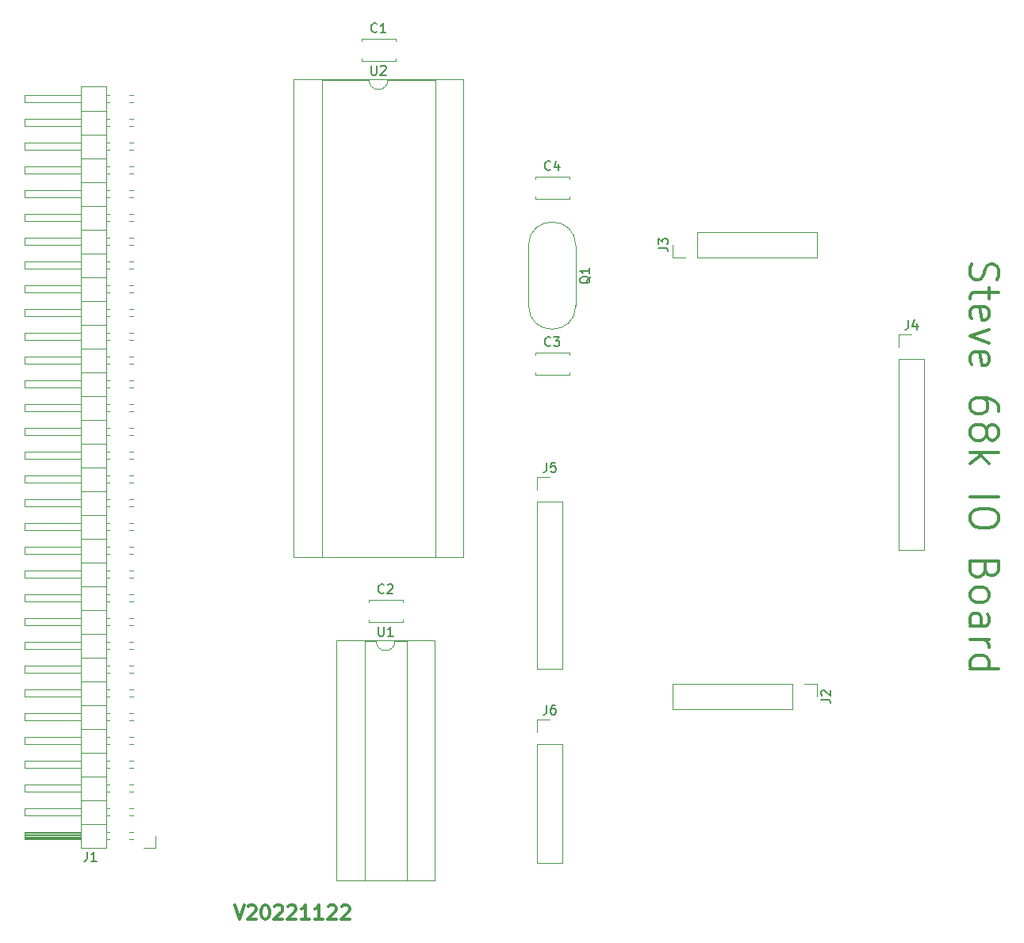
<source format=gbr>
%TF.GenerationSoftware,KiCad,Pcbnew,(6.0.9)*%
%TF.CreationDate,2022-11-21T21:05:11-08:00*%
%TF.ProjectId,IO Board,494f2042-6f61-4726-942e-6b696361645f,rev?*%
%TF.SameCoordinates,Original*%
%TF.FileFunction,Legend,Top*%
%TF.FilePolarity,Positive*%
%FSLAX46Y46*%
G04 Gerber Fmt 4.6, Leading zero omitted, Abs format (unit mm)*
G04 Created by KiCad (PCBNEW (6.0.9)) date 2022-11-21 21:05:11*
%MOMM*%
%LPD*%
G01*
G04 APERTURE LIST*
%ADD10C,0.300000*%
%ADD11C,0.150000*%
%ADD12C,0.120000*%
G04 APERTURE END LIST*
D10*
X98687714Y-141926571D02*
X99187714Y-143426571D01*
X99687714Y-141926571D01*
X100116285Y-142069428D02*
X100187714Y-141998000D01*
X100330571Y-141926571D01*
X100687714Y-141926571D01*
X100830571Y-141998000D01*
X100902000Y-142069428D01*
X100973428Y-142212285D01*
X100973428Y-142355142D01*
X100902000Y-142569428D01*
X100044857Y-143426571D01*
X100973428Y-143426571D01*
X101902000Y-141926571D02*
X102044857Y-141926571D01*
X102187714Y-141998000D01*
X102259142Y-142069428D01*
X102330571Y-142212285D01*
X102402000Y-142498000D01*
X102402000Y-142855142D01*
X102330571Y-143140857D01*
X102259142Y-143283714D01*
X102187714Y-143355142D01*
X102044857Y-143426571D01*
X101902000Y-143426571D01*
X101759142Y-143355142D01*
X101687714Y-143283714D01*
X101616285Y-143140857D01*
X101544857Y-142855142D01*
X101544857Y-142498000D01*
X101616285Y-142212285D01*
X101687714Y-142069428D01*
X101759142Y-141998000D01*
X101902000Y-141926571D01*
X102973428Y-142069428D02*
X103044857Y-141998000D01*
X103187714Y-141926571D01*
X103544857Y-141926571D01*
X103687714Y-141998000D01*
X103759142Y-142069428D01*
X103830571Y-142212285D01*
X103830571Y-142355142D01*
X103759142Y-142569428D01*
X102902000Y-143426571D01*
X103830571Y-143426571D01*
X104402000Y-142069428D02*
X104473428Y-141998000D01*
X104616285Y-141926571D01*
X104973428Y-141926571D01*
X105116285Y-141998000D01*
X105187714Y-142069428D01*
X105259142Y-142212285D01*
X105259142Y-142355142D01*
X105187714Y-142569428D01*
X104330571Y-143426571D01*
X105259142Y-143426571D01*
X106687714Y-143426571D02*
X105830571Y-143426571D01*
X106259142Y-143426571D02*
X106259142Y-141926571D01*
X106116285Y-142140857D01*
X105973428Y-142283714D01*
X105830571Y-142355142D01*
X108116285Y-143426571D02*
X107259142Y-143426571D01*
X107687714Y-143426571D02*
X107687714Y-141926571D01*
X107544857Y-142140857D01*
X107402000Y-142283714D01*
X107259142Y-142355142D01*
X108687714Y-142069428D02*
X108759142Y-141998000D01*
X108902000Y-141926571D01*
X109259142Y-141926571D01*
X109402000Y-141998000D01*
X109473428Y-142069428D01*
X109544857Y-142212285D01*
X109544857Y-142355142D01*
X109473428Y-142569428D01*
X108616285Y-143426571D01*
X109544857Y-143426571D01*
X110116285Y-142069428D02*
X110187714Y-141998000D01*
X110330571Y-141926571D01*
X110687714Y-141926571D01*
X110830571Y-141998000D01*
X110902000Y-142069428D01*
X110973428Y-142212285D01*
X110973428Y-142355142D01*
X110902000Y-142569428D01*
X110044857Y-143426571D01*
X110973428Y-143426571D01*
X177365765Y-73426765D02*
X177222908Y-73855336D01*
X177222908Y-74569622D01*
X177365765Y-74855336D01*
X177508622Y-74998193D01*
X177794336Y-75141051D01*
X178080051Y-75141051D01*
X178365765Y-74998193D01*
X178508622Y-74855336D01*
X178651479Y-74569622D01*
X178794336Y-73998193D01*
X178937193Y-73712479D01*
X179080051Y-73569622D01*
X179365765Y-73426765D01*
X179651479Y-73426765D01*
X179937193Y-73569622D01*
X180080051Y-73712479D01*
X180222908Y-73998193D01*
X180222908Y-74712479D01*
X180080051Y-75141051D01*
X179222908Y-75998193D02*
X179222908Y-77141051D01*
X180222908Y-76426765D02*
X177651479Y-76426765D01*
X177365765Y-76569622D01*
X177222908Y-76855336D01*
X177222908Y-77141051D01*
X177365765Y-79283908D02*
X177222908Y-78998193D01*
X177222908Y-78426765D01*
X177365765Y-78141051D01*
X177651479Y-77998193D01*
X178794336Y-77998193D01*
X179080051Y-78141051D01*
X179222908Y-78426765D01*
X179222908Y-78998193D01*
X179080051Y-79283908D01*
X178794336Y-79426765D01*
X178508622Y-79426765D01*
X178222908Y-77998193D01*
X179222908Y-80426765D02*
X177222908Y-81141051D01*
X179222908Y-81855336D01*
X177365765Y-84141051D02*
X177222908Y-83855336D01*
X177222908Y-83283908D01*
X177365765Y-82998193D01*
X177651479Y-82855336D01*
X178794336Y-82855336D01*
X179080051Y-82998193D01*
X179222908Y-83283908D01*
X179222908Y-83855336D01*
X179080051Y-84141051D01*
X178794336Y-84283908D01*
X178508622Y-84283908D01*
X178222908Y-82855336D01*
X180222908Y-89141051D02*
X180222908Y-88569622D01*
X180080051Y-88283908D01*
X179937193Y-88141051D01*
X179508622Y-87855336D01*
X178937193Y-87712479D01*
X177794336Y-87712479D01*
X177508622Y-87855336D01*
X177365765Y-87998193D01*
X177222908Y-88283908D01*
X177222908Y-88855336D01*
X177365765Y-89141051D01*
X177508622Y-89283908D01*
X177794336Y-89426765D01*
X178508622Y-89426765D01*
X178794336Y-89283908D01*
X178937193Y-89141051D01*
X179080051Y-88855336D01*
X179080051Y-88283908D01*
X178937193Y-87998193D01*
X178794336Y-87855336D01*
X178508622Y-87712479D01*
X178937193Y-91141051D02*
X179080051Y-90855336D01*
X179222908Y-90712479D01*
X179508622Y-90569622D01*
X179651479Y-90569622D01*
X179937193Y-90712479D01*
X180080051Y-90855336D01*
X180222908Y-91141051D01*
X180222908Y-91712479D01*
X180080051Y-91998193D01*
X179937193Y-92141051D01*
X179651479Y-92283908D01*
X179508622Y-92283908D01*
X179222908Y-92141051D01*
X179080051Y-91998193D01*
X178937193Y-91712479D01*
X178937193Y-91141051D01*
X178794336Y-90855336D01*
X178651479Y-90712479D01*
X178365765Y-90569622D01*
X177794336Y-90569622D01*
X177508622Y-90712479D01*
X177365765Y-90855336D01*
X177222908Y-91141051D01*
X177222908Y-91712479D01*
X177365765Y-91998193D01*
X177508622Y-92141051D01*
X177794336Y-92283908D01*
X178365765Y-92283908D01*
X178651479Y-92141051D01*
X178794336Y-91998193D01*
X178937193Y-91712479D01*
X177222908Y-93569622D02*
X180222908Y-93569622D01*
X178365765Y-93855336D02*
X177222908Y-94712479D01*
X179222908Y-94712479D02*
X178080051Y-93569622D01*
X177222908Y-98283908D02*
X180222908Y-98283908D01*
X180222908Y-100283908D02*
X180222908Y-100855336D01*
X180080051Y-101141051D01*
X179794336Y-101426765D01*
X179222908Y-101569622D01*
X178222908Y-101569622D01*
X177651479Y-101426765D01*
X177365765Y-101141051D01*
X177222908Y-100855336D01*
X177222908Y-100283908D01*
X177365765Y-99998193D01*
X177651479Y-99712479D01*
X178222908Y-99569622D01*
X179222908Y-99569622D01*
X179794336Y-99712479D01*
X180080051Y-99998193D01*
X180222908Y-100283908D01*
X178794336Y-106141051D02*
X178651479Y-106569622D01*
X178508622Y-106712479D01*
X178222908Y-106855336D01*
X177794336Y-106855336D01*
X177508622Y-106712479D01*
X177365765Y-106569622D01*
X177222908Y-106283908D01*
X177222908Y-105141051D01*
X180222908Y-105141051D01*
X180222908Y-106141051D01*
X180080051Y-106426765D01*
X179937193Y-106569622D01*
X179651479Y-106712479D01*
X179365765Y-106712479D01*
X179080051Y-106569622D01*
X178937193Y-106426765D01*
X178794336Y-106141051D01*
X178794336Y-105141051D01*
X177222908Y-108569622D02*
X177365765Y-108283908D01*
X177508622Y-108141051D01*
X177794336Y-107998193D01*
X178651479Y-107998193D01*
X178937193Y-108141051D01*
X179080051Y-108283908D01*
X179222908Y-108569622D01*
X179222908Y-108998193D01*
X179080051Y-109283908D01*
X178937193Y-109426765D01*
X178651479Y-109569622D01*
X177794336Y-109569622D01*
X177508622Y-109426765D01*
X177365765Y-109283908D01*
X177222908Y-108998193D01*
X177222908Y-108569622D01*
X177222908Y-112141051D02*
X178794336Y-112141051D01*
X179080051Y-111998193D01*
X179222908Y-111712479D01*
X179222908Y-111141051D01*
X179080051Y-110855336D01*
X177365765Y-112141051D02*
X177222908Y-111855336D01*
X177222908Y-111141051D01*
X177365765Y-110855336D01*
X177651479Y-110712479D01*
X177937193Y-110712479D01*
X178222908Y-110855336D01*
X178365765Y-111141051D01*
X178365765Y-111855336D01*
X178508622Y-112141051D01*
X177222908Y-113569622D02*
X179222908Y-113569622D01*
X178651479Y-113569622D02*
X178937193Y-113712479D01*
X179080051Y-113855336D01*
X179222908Y-114141051D01*
X179222908Y-114426765D01*
X177222908Y-116712479D02*
X180222908Y-116712479D01*
X177365765Y-116712479D02*
X177222908Y-116426765D01*
X177222908Y-115855336D01*
X177365765Y-115569622D01*
X177508622Y-115426765D01*
X177794336Y-115283908D01*
X178651479Y-115283908D01*
X178937193Y-115426765D01*
X179080051Y-115569622D01*
X179222908Y-115855336D01*
X179222908Y-116426765D01*
X179080051Y-116712479D01*
D11*
%TO.C,J6*%
X132000666Y-120551380D02*
X132000666Y-121265666D01*
X131953047Y-121408523D01*
X131857809Y-121503761D01*
X131714952Y-121551380D01*
X131619714Y-121551380D01*
X132905428Y-120551380D02*
X132714952Y-120551380D01*
X132619714Y-120599000D01*
X132572095Y-120646619D01*
X132476857Y-120789476D01*
X132429238Y-120979952D01*
X132429238Y-121360904D01*
X132476857Y-121456142D01*
X132524476Y-121503761D01*
X132619714Y-121551380D01*
X132810190Y-121551380D01*
X132905428Y-121503761D01*
X132953047Y-121456142D01*
X133000666Y-121360904D01*
X133000666Y-121122809D01*
X132953047Y-121027571D01*
X132905428Y-120979952D01*
X132810190Y-120932333D01*
X132619714Y-120932333D01*
X132524476Y-120979952D01*
X132476857Y-121027571D01*
X132429238Y-121122809D01*
%TO.C,J5*%
X132000666Y-94658380D02*
X132000666Y-95372666D01*
X131953047Y-95515523D01*
X131857809Y-95610761D01*
X131714952Y-95658380D01*
X131619714Y-95658380D01*
X132953047Y-94658380D02*
X132476857Y-94658380D01*
X132429238Y-95134571D01*
X132476857Y-95086952D01*
X132572095Y-95039333D01*
X132810190Y-95039333D01*
X132905428Y-95086952D01*
X132953047Y-95134571D01*
X133000666Y-95229809D01*
X133000666Y-95467904D01*
X132953047Y-95563142D01*
X132905428Y-95610761D01*
X132810190Y-95658380D01*
X132572095Y-95658380D01*
X132476857Y-95610761D01*
X132429238Y-95563142D01*
%TO.C,J4*%
X170608666Y-79428380D02*
X170608666Y-80142666D01*
X170561047Y-80285523D01*
X170465809Y-80380761D01*
X170322952Y-80428380D01*
X170227714Y-80428380D01*
X171513428Y-79761714D02*
X171513428Y-80428380D01*
X171275333Y-79380761D02*
X171037238Y-80095047D01*
X171656285Y-80095047D01*
%TO.C,J3*%
X143934380Y-71707333D02*
X144648666Y-71707333D01*
X144791523Y-71754952D01*
X144886761Y-71850190D01*
X144934380Y-71993047D01*
X144934380Y-72088285D01*
X143934380Y-71326380D02*
X143934380Y-70707333D01*
X144315333Y-71040666D01*
X144315333Y-70897809D01*
X144362952Y-70802571D01*
X144410571Y-70754952D01*
X144505809Y-70707333D01*
X144743904Y-70707333D01*
X144839142Y-70754952D01*
X144886761Y-70802571D01*
X144934380Y-70897809D01*
X144934380Y-71183523D01*
X144886761Y-71278761D01*
X144839142Y-71326380D01*
%TO.C,J2*%
X161294380Y-119967333D02*
X162008666Y-119967333D01*
X162151523Y-120014952D01*
X162246761Y-120110190D01*
X162294380Y-120253047D01*
X162294380Y-120348285D01*
X161389619Y-119538761D02*
X161342000Y-119491142D01*
X161294380Y-119395904D01*
X161294380Y-119157809D01*
X161342000Y-119062571D01*
X161389619Y-119014952D01*
X161484857Y-118967333D01*
X161580095Y-118967333D01*
X161722952Y-119014952D01*
X162294380Y-119586380D01*
X162294380Y-118967333D01*
%TO.C,C4*%
X132421333Y-63335142D02*
X132373714Y-63382761D01*
X132230857Y-63430380D01*
X132135619Y-63430380D01*
X131992761Y-63382761D01*
X131897523Y-63287523D01*
X131849904Y-63192285D01*
X131802285Y-63001809D01*
X131802285Y-62858952D01*
X131849904Y-62668476D01*
X131897523Y-62573238D01*
X131992761Y-62478000D01*
X132135619Y-62430380D01*
X132230857Y-62430380D01*
X132373714Y-62478000D01*
X132421333Y-62525619D01*
X133278476Y-62763714D02*
X133278476Y-63430380D01*
X133040380Y-62382761D02*
X132802285Y-63097047D01*
X133421333Y-63097047D01*
%TO.C,C3*%
X132421333Y-82131142D02*
X132373714Y-82178761D01*
X132230857Y-82226380D01*
X132135619Y-82226380D01*
X131992761Y-82178761D01*
X131897523Y-82083523D01*
X131849904Y-81988285D01*
X131802285Y-81797809D01*
X131802285Y-81654952D01*
X131849904Y-81464476D01*
X131897523Y-81369238D01*
X131992761Y-81274000D01*
X132135619Y-81226380D01*
X132230857Y-81226380D01*
X132373714Y-81274000D01*
X132421333Y-81321619D01*
X132754666Y-81226380D02*
X133373714Y-81226380D01*
X133040380Y-81607333D01*
X133183238Y-81607333D01*
X133278476Y-81654952D01*
X133326095Y-81702571D01*
X133373714Y-81797809D01*
X133373714Y-82035904D01*
X133326095Y-82131142D01*
X133278476Y-82178761D01*
X133183238Y-82226380D01*
X132897523Y-82226380D01*
X132802285Y-82178761D01*
X132754666Y-82131142D01*
%TO.C,Q1*%
X136660619Y-74761238D02*
X136613000Y-74856476D01*
X136517761Y-74951714D01*
X136374904Y-75094571D01*
X136327285Y-75189809D01*
X136327285Y-75285047D01*
X136565380Y-75237428D02*
X136517761Y-75332666D01*
X136422523Y-75427904D01*
X136232047Y-75475523D01*
X135898714Y-75475523D01*
X135708238Y-75427904D01*
X135613000Y-75332666D01*
X135565380Y-75237428D01*
X135565380Y-75046952D01*
X135613000Y-74951714D01*
X135708238Y-74856476D01*
X135898714Y-74808857D01*
X136232047Y-74808857D01*
X136422523Y-74856476D01*
X136517761Y-74951714D01*
X136565380Y-75046952D01*
X136565380Y-75237428D01*
X136565380Y-73856476D02*
X136565380Y-74427904D01*
X136565380Y-74142190D02*
X135565380Y-74142190D01*
X135708238Y-74237428D01*
X135803476Y-74332666D01*
X135851095Y-74427904D01*
%TO.C,J1*%
X82965766Y-136238480D02*
X82965766Y-136952766D01*
X82918147Y-137095623D01*
X82822909Y-137190861D01*
X82680052Y-137238480D01*
X82584814Y-137238480D01*
X83965766Y-137238480D02*
X83394338Y-137238480D01*
X83680052Y-137238480D02*
X83680052Y-136238480D01*
X83584814Y-136381338D01*
X83489576Y-136476576D01*
X83394338Y-136524195D01*
%TO.C,C2*%
X114641333Y-108547142D02*
X114593714Y-108594761D01*
X114450857Y-108642380D01*
X114355619Y-108642380D01*
X114212761Y-108594761D01*
X114117523Y-108499523D01*
X114069904Y-108404285D01*
X114022285Y-108213809D01*
X114022285Y-108070952D01*
X114069904Y-107880476D01*
X114117523Y-107785238D01*
X114212761Y-107690000D01*
X114355619Y-107642380D01*
X114450857Y-107642380D01*
X114593714Y-107690000D01*
X114641333Y-107737619D01*
X115022285Y-107737619D02*
X115069904Y-107690000D01*
X115165142Y-107642380D01*
X115403238Y-107642380D01*
X115498476Y-107690000D01*
X115546095Y-107737619D01*
X115593714Y-107832857D01*
X115593714Y-107928095D01*
X115546095Y-108070952D01*
X114974666Y-108642380D01*
X115593714Y-108642380D01*
%TO.C,U2*%
X113284095Y-52240380D02*
X113284095Y-53049904D01*
X113331714Y-53145142D01*
X113379333Y-53192761D01*
X113474571Y-53240380D01*
X113665047Y-53240380D01*
X113760285Y-53192761D01*
X113807904Y-53145142D01*
X113855523Y-53049904D01*
X113855523Y-52240380D01*
X114284095Y-52335619D02*
X114331714Y-52288000D01*
X114426952Y-52240380D01*
X114665047Y-52240380D01*
X114760285Y-52288000D01*
X114807904Y-52335619D01*
X114855523Y-52430857D01*
X114855523Y-52526095D01*
X114807904Y-52668952D01*
X114236476Y-53240380D01*
X114855523Y-53240380D01*
%TO.C,U1*%
X114046095Y-112184380D02*
X114046095Y-112993904D01*
X114093714Y-113089142D01*
X114141333Y-113136761D01*
X114236571Y-113184380D01*
X114427047Y-113184380D01*
X114522285Y-113136761D01*
X114569904Y-113089142D01*
X114617523Y-112993904D01*
X114617523Y-112184380D01*
X115617523Y-113184380D02*
X115046095Y-113184380D01*
X115331809Y-113184380D02*
X115331809Y-112184380D01*
X115236571Y-112327238D01*
X115141333Y-112422476D01*
X115046095Y-112470095D01*
%TO.C,C1*%
X113879333Y-48603142D02*
X113831714Y-48650761D01*
X113688857Y-48698380D01*
X113593619Y-48698380D01*
X113450761Y-48650761D01*
X113355523Y-48555523D01*
X113307904Y-48460285D01*
X113260285Y-48269809D01*
X113260285Y-48126952D01*
X113307904Y-47936476D01*
X113355523Y-47841238D01*
X113450761Y-47746000D01*
X113593619Y-47698380D01*
X113688857Y-47698380D01*
X113831714Y-47746000D01*
X113879333Y-47793619D01*
X114831714Y-48698380D02*
X114260285Y-48698380D01*
X114546000Y-48698380D02*
X114546000Y-47698380D01*
X114450761Y-47841238D01*
X114355523Y-47936476D01*
X114260285Y-47984095D01*
D12*
%TO.C,J6*%
X131004000Y-124699000D02*
X131004000Y-137459000D01*
X131004000Y-123429000D02*
X131004000Y-122099000D01*
X131004000Y-122099000D02*
X132334000Y-122099000D01*
X131004000Y-124699000D02*
X133664000Y-124699000D01*
X131004000Y-137459000D02*
X133664000Y-137459000D01*
X133664000Y-124699000D02*
X133664000Y-137459000D01*
%TO.C,J5*%
X131004000Y-98806000D02*
X133664000Y-98806000D01*
X131004000Y-116646000D02*
X133664000Y-116646000D01*
X131004000Y-98806000D02*
X131004000Y-116646000D01*
X131004000Y-97536000D02*
X131004000Y-96206000D01*
X133664000Y-98806000D02*
X133664000Y-116646000D01*
X131004000Y-96206000D02*
X132334000Y-96206000D01*
%TO.C,J4*%
X169612000Y-82306000D02*
X169612000Y-80976000D01*
X169612000Y-83576000D02*
X169612000Y-103956000D01*
X172272000Y-83576000D02*
X172272000Y-103956000D01*
X169612000Y-83576000D02*
X172272000Y-83576000D01*
X169612000Y-103956000D02*
X172272000Y-103956000D01*
X169612000Y-80976000D02*
X170942000Y-80976000D01*
%TO.C,J3*%
X148082000Y-70044000D02*
X160842000Y-70044000D01*
X160842000Y-72704000D02*
X160842000Y-70044000D01*
X148082000Y-72704000D02*
X148082000Y-70044000D01*
X145482000Y-72704000D02*
X145482000Y-71374000D01*
X146812000Y-72704000D02*
X145482000Y-72704000D01*
X148082000Y-72704000D02*
X160842000Y-72704000D01*
%TO.C,J2*%
X158242000Y-118304000D02*
X145482000Y-118304000D01*
X159512000Y-118304000D02*
X160842000Y-118304000D01*
X160842000Y-118304000D02*
X160842000Y-119634000D01*
X158242000Y-118304000D02*
X158242000Y-120964000D01*
X145482000Y-118304000D02*
X145482000Y-120964000D01*
X158242000Y-120964000D02*
X145482000Y-120964000D01*
%TO.C,C4*%
X130768000Y-64108000D02*
X134408000Y-64108000D01*
X130768000Y-66448000D02*
X134408000Y-66448000D01*
X130768000Y-66203000D02*
X130768000Y-66448000D01*
X134408000Y-66203000D02*
X134408000Y-66448000D01*
X134408000Y-64108000D02*
X134408000Y-64353000D01*
X130768000Y-64108000D02*
X130768000Y-64353000D01*
%TO.C,C3*%
X130768000Y-82904000D02*
X134408000Y-82904000D01*
X130768000Y-85244000D02*
X134408000Y-85244000D01*
X130768000Y-84999000D02*
X130768000Y-85244000D01*
X134408000Y-84999000D02*
X134408000Y-85244000D01*
X134408000Y-82904000D02*
X134408000Y-83149000D01*
X130768000Y-82904000D02*
X130768000Y-83149000D01*
%TO.C,Q1*%
X135113000Y-71466000D02*
X135113000Y-77866000D01*
X130063000Y-71466000D02*
X130063000Y-77866000D01*
X135113000Y-71466000D02*
G75*
G03*
X130063000Y-71466000I-2525000J0D01*
G01*
X130063000Y-77866000D02*
G75*
G03*
X135113000Y-77866000I2525000J0D01*
G01*
%TO.C,J1*%
X87911171Y-79016100D02*
X87457029Y-79016100D01*
X76314100Y-129816100D02*
X76314100Y-129056100D01*
X84974100Y-54446100D02*
X82314100Y-54446100D01*
X76314100Y-61236100D02*
X76314100Y-60476100D01*
X85371171Y-106196100D02*
X84974100Y-106196100D01*
X82314100Y-135846100D02*
X84974100Y-135846100D01*
X87911171Y-68096100D02*
X87457029Y-68096100D01*
X87911171Y-119656100D02*
X87457029Y-119656100D01*
X76314100Y-134136100D02*
X82314100Y-134136100D01*
X85371171Y-61236100D02*
X84974100Y-61236100D01*
X85371171Y-70636100D02*
X84974100Y-70636100D01*
X76314100Y-79016100D02*
X76314100Y-78256100D01*
X85371171Y-88416100D02*
X84974100Y-88416100D01*
X85371171Y-103656100D02*
X84974100Y-103656100D01*
X84974100Y-123086100D02*
X82314100Y-123086100D01*
X85371171Y-66316100D02*
X84974100Y-66316100D01*
X87911171Y-55396100D02*
X87457029Y-55396100D01*
X76314100Y-101876100D02*
X76314100Y-101116100D01*
X87911171Y-91716100D02*
X87457029Y-91716100D01*
X87844100Y-134896100D02*
X87457029Y-134896100D01*
X82314100Y-66316100D02*
X76314100Y-66316100D01*
X76314100Y-66316100D02*
X76314100Y-65556100D01*
X87911171Y-101876100D02*
X87457029Y-101876100D01*
X84974100Y-62126100D02*
X82314100Y-62126100D01*
X82314100Y-56156100D02*
X76314100Y-56156100D01*
X76314100Y-116356100D02*
X82314100Y-116356100D01*
X82314100Y-96796100D02*
X76314100Y-96796100D01*
X76314100Y-123976100D02*
X82314100Y-123976100D01*
X76314100Y-84096100D02*
X76314100Y-83336100D01*
X84974100Y-100226100D02*
X82314100Y-100226100D01*
X87911171Y-123976100D02*
X87457029Y-123976100D01*
X85371171Y-111276100D02*
X84974100Y-111276100D01*
X76314100Y-103656100D02*
X82314100Y-103656100D01*
X87911171Y-75716100D02*
X87457029Y-75716100D01*
X76314100Y-86636100D02*
X76314100Y-85876100D01*
X82314100Y-134476100D02*
X76314100Y-134476100D01*
X76314100Y-119656100D02*
X76314100Y-118896100D01*
X82314100Y-71396100D02*
X76314100Y-71396100D01*
X84974100Y-82446100D02*
X82314100Y-82446100D01*
X85371171Y-58696100D02*
X84974100Y-58696100D01*
X82314100Y-94256100D02*
X76314100Y-94256100D01*
X82314100Y-117116100D02*
X76314100Y-117116100D01*
X85371171Y-116356100D02*
X84974100Y-116356100D01*
X87911171Y-63016100D02*
X87457029Y-63016100D01*
X87911171Y-73176100D02*
X87457029Y-73176100D01*
X87911171Y-85876100D02*
X87457029Y-85876100D01*
X82314100Y-129816100D02*
X76314100Y-129816100D01*
X82314100Y-132356100D02*
X76314100Y-132356100D01*
X85371171Y-122196100D02*
X84974100Y-122196100D01*
X82314100Y-61236100D02*
X76314100Y-61236100D01*
X82314100Y-84096100D02*
X76314100Y-84096100D01*
X85371171Y-84096100D02*
X84974100Y-84096100D01*
X87911171Y-103656100D02*
X87457029Y-103656100D01*
X82314100Y-119656100D02*
X76314100Y-119656100D01*
X82314100Y-73936100D02*
X76314100Y-73936100D01*
X87911171Y-81556100D02*
X87457029Y-81556100D01*
X76314100Y-104416100D02*
X76314100Y-103656100D01*
X84974100Y-95146100D02*
X82314100Y-95146100D01*
X85371171Y-126516100D02*
X84974100Y-126516100D01*
X87911171Y-58696100D02*
X87457029Y-58696100D01*
X84974100Y-67206100D02*
X82314100Y-67206100D01*
X87911171Y-63776100D02*
X87457029Y-63776100D01*
X76314100Y-99336100D02*
X76314100Y-98576100D01*
X87911171Y-93496100D02*
X87457029Y-93496100D01*
X76314100Y-57936100D02*
X82314100Y-57936100D01*
X76314100Y-85876100D02*
X82314100Y-85876100D01*
X90224100Y-135786100D02*
X88954100Y-135786100D01*
X76314100Y-93496100D02*
X82314100Y-93496100D01*
X87911171Y-126516100D02*
X87457029Y-126516100D01*
X87911171Y-88416100D02*
X87457029Y-88416100D01*
X87911171Y-129816100D02*
X87457029Y-129816100D01*
X76314100Y-73936100D02*
X76314100Y-73176100D01*
X87911171Y-113816100D02*
X87457029Y-113816100D01*
X82314100Y-127276100D02*
X76314100Y-127276100D01*
X87911171Y-96036100D02*
X87457029Y-96036100D01*
X85371171Y-68856100D02*
X84974100Y-68856100D01*
X87911171Y-129056100D02*
X87457029Y-129056100D01*
X76314100Y-80796100D02*
X82314100Y-80796100D01*
X76314100Y-76476100D02*
X76314100Y-75716100D01*
X87911171Y-106196100D02*
X87457029Y-106196100D01*
X87911171Y-70636100D02*
X87457029Y-70636100D01*
X85371171Y-129056100D02*
X84974100Y-129056100D01*
X87911171Y-101116100D02*
X87457029Y-101116100D01*
X87911171Y-132356100D02*
X87457029Y-132356100D01*
X76314100Y-63016100D02*
X82314100Y-63016100D01*
X84974100Y-64666100D02*
X82314100Y-64666100D01*
X82314100Y-63776100D02*
X76314100Y-63776100D01*
X76314100Y-88416100D02*
X82314100Y-88416100D01*
X76314100Y-96036100D02*
X82314100Y-96036100D01*
X76314100Y-106196100D02*
X82314100Y-106196100D01*
X84974100Y-72286100D02*
X82314100Y-72286100D01*
X84974100Y-128166100D02*
X82314100Y-128166100D01*
X85371171Y-75716100D02*
X84974100Y-75716100D01*
X87911171Y-56156100D02*
X87457029Y-56156100D01*
X82314100Y-124736100D02*
X76314100Y-124736100D01*
X76314100Y-132356100D02*
X76314100Y-131596100D01*
X87911171Y-99336100D02*
X87457029Y-99336100D01*
X84974100Y-57046100D02*
X82314100Y-57046100D01*
X85371171Y-68096100D02*
X84974100Y-68096100D01*
X85371171Y-60476100D02*
X84974100Y-60476100D01*
X85371171Y-113816100D02*
X84974100Y-113816100D01*
X85371171Y-55396100D02*
X84974100Y-55396100D01*
X85371171Y-119656100D02*
X84974100Y-119656100D01*
X84974100Y-87526100D02*
X82314100Y-87526100D01*
X87911171Y-83336100D02*
X87457029Y-83336100D01*
X85371171Y-91716100D02*
X84974100Y-91716100D01*
X84974100Y-102766100D02*
X82314100Y-102766100D01*
X76314100Y-81556100D02*
X76314100Y-80796100D01*
X76314100Y-55396100D02*
X82314100Y-55396100D01*
X84974100Y-92606100D02*
X82314100Y-92606100D01*
X85371171Y-127276100D02*
X84974100Y-127276100D01*
X87911171Y-111276100D02*
X87457029Y-111276100D01*
X82314100Y-134236100D02*
X76314100Y-134236100D01*
X76314100Y-118896100D02*
X82314100Y-118896100D01*
X84974100Y-84986100D02*
X82314100Y-84986100D01*
X85371171Y-76476100D02*
X84974100Y-76476100D01*
X87911171Y-127276100D02*
X87457029Y-127276100D01*
X82314100Y-114576100D02*
X76314100Y-114576100D01*
X87911171Y-68856100D02*
X87457029Y-68856100D01*
X76314100Y-91716100D02*
X76314100Y-90956100D01*
X76314100Y-75716100D02*
X82314100Y-75716100D01*
X82314100Y-58696100D02*
X76314100Y-58696100D01*
X87911171Y-122196100D02*
X87457029Y-122196100D01*
X76314100Y-113816100D02*
X82314100Y-113816100D01*
X85371171Y-85876100D02*
X84974100Y-85876100D01*
X87911171Y-116356100D02*
X87457029Y-116356100D01*
X76314100Y-126516100D02*
X82314100Y-126516100D01*
X85371171Y-86636100D02*
X84974100Y-86636100D01*
X84974100Y-115466100D02*
X82314100Y-115466100D01*
X82314100Y-134896100D02*
X76314100Y-134896100D01*
X87911171Y-121436100D02*
X87457029Y-121436100D01*
X87911171Y-60476100D02*
X87457029Y-60476100D01*
X76314100Y-121436100D02*
X82314100Y-121436100D01*
X85371171Y-83336100D02*
X84974100Y-83336100D01*
X84974100Y-112926100D02*
X82314100Y-112926100D01*
X76314100Y-96796100D02*
X76314100Y-96036100D01*
X87911171Y-71396100D02*
X87457029Y-71396100D01*
X76314100Y-89176100D02*
X76314100Y-88416100D01*
X87911171Y-131596100D02*
X87457029Y-131596100D01*
X85371171Y-81556100D02*
X84974100Y-81556100D01*
X85371171Y-101116100D02*
X84974100Y-101116100D01*
X76314100Y-108736100D02*
X82314100Y-108736100D01*
X85371171Y-101876100D02*
X84974100Y-101876100D01*
X87911171Y-96796100D02*
X87457029Y-96796100D01*
X87911171Y-89176100D02*
X87457029Y-89176100D01*
X76314100Y-109496100D02*
X76314100Y-108736100D01*
X76314100Y-106956100D02*
X76314100Y-106196100D01*
X84974100Y-125626100D02*
X82314100Y-125626100D01*
X76314100Y-68856100D02*
X76314100Y-68096100D01*
X84974100Y-74826100D02*
X82314100Y-74826100D01*
X85371171Y-123976100D02*
X84974100Y-123976100D01*
X85371171Y-65556100D02*
X84974100Y-65556100D01*
X82314100Y-68856100D02*
X76314100Y-68856100D01*
X87911171Y-76476100D02*
X87457029Y-76476100D01*
X85371171Y-63776100D02*
X84974100Y-63776100D01*
X85371171Y-112036100D02*
X84974100Y-112036100D01*
X76314100Y-56156100D02*
X76314100Y-55396100D01*
X85371171Y-98576100D02*
X84974100Y-98576100D01*
X85371171Y-134896100D02*
X84974100Y-134896100D01*
X85371171Y-90956100D02*
X84974100Y-90956100D01*
X76314100Y-124736100D02*
X76314100Y-123976100D01*
X84974100Y-69746100D02*
X82314100Y-69746100D01*
X85371171Y-134136100D02*
X84974100Y-134136100D01*
X85371171Y-96796100D02*
X84974100Y-96796100D01*
X87844100Y-134136100D02*
X87457029Y-134136100D01*
X85371171Y-131596100D02*
X84974100Y-131596100D01*
X85371171Y-118896100D02*
X84974100Y-118896100D01*
X87911171Y-90956100D02*
X87457029Y-90956100D01*
X76314100Y-83336100D02*
X82314100Y-83336100D01*
X87911171Y-117116100D02*
X87457029Y-117116100D01*
X87911171Y-118896100D02*
X87457029Y-118896100D01*
X82314100Y-134716100D02*
X76314100Y-134716100D01*
X85371171Y-109496100D02*
X84974100Y-109496100D01*
X76314100Y-129056100D02*
X82314100Y-129056100D01*
X82314100Y-104416100D02*
X76314100Y-104416100D01*
X87911171Y-94256100D02*
X87457029Y-94256100D01*
X87911171Y-114576100D02*
X87457029Y-114576100D01*
X85371171Y-129816100D02*
X84974100Y-129816100D01*
X87911171Y-108736100D02*
X87457029Y-108736100D01*
X76314100Y-73176100D02*
X82314100Y-73176100D01*
X85371171Y-108736100D02*
X84974100Y-108736100D01*
X85371171Y-104416100D02*
X84974100Y-104416100D01*
X76314100Y-114576100D02*
X76314100Y-113816100D01*
X82314100Y-81556100D02*
X76314100Y-81556100D01*
X84974100Y-97686100D02*
X82314100Y-97686100D01*
X84974100Y-118006100D02*
X82314100Y-118006100D01*
X76314100Y-101116100D02*
X82314100Y-101116100D01*
X85371171Y-56156100D02*
X84974100Y-56156100D01*
X87911171Y-61236100D02*
X87457029Y-61236100D01*
X87911171Y-86636100D02*
X87457029Y-86636100D01*
X85371171Y-93496100D02*
X84974100Y-93496100D01*
X84974100Y-107846100D02*
X82314100Y-107846100D01*
X76314100Y-71396100D02*
X76314100Y-70636100D01*
X87911171Y-98576100D02*
X87457029Y-98576100D01*
X76314100Y-131596100D02*
X82314100Y-131596100D01*
X84974100Y-135846100D02*
X84974100Y-54446100D01*
X85371171Y-124736100D02*
X84974100Y-124736100D01*
X85371171Y-73936100D02*
X84974100Y-73936100D01*
X76314100Y-70636100D02*
X82314100Y-70636100D01*
X76314100Y-127276100D02*
X76314100Y-126516100D01*
X85371171Y-117116100D02*
X84974100Y-117116100D01*
X82314100Y-54446100D02*
X82314100Y-135846100D01*
X84974100Y-90066100D02*
X82314100Y-90066100D01*
X76314100Y-65556100D02*
X82314100Y-65556100D01*
X85371171Y-78256100D02*
X84974100Y-78256100D01*
X76314100Y-134896100D02*
X76314100Y-134136100D01*
X87911171Y-80796100D02*
X87457029Y-80796100D01*
X76314100Y-90956100D02*
X82314100Y-90956100D01*
X76314100Y-63776100D02*
X76314100Y-63016100D01*
X85371171Y-89176100D02*
X84974100Y-89176100D01*
X82314100Y-134356100D02*
X76314100Y-134356100D01*
X82314100Y-134596100D02*
X76314100Y-134596100D01*
X76314100Y-98576100D02*
X82314100Y-98576100D01*
X85371171Y-94256100D02*
X84974100Y-94256100D01*
X87911171Y-104416100D02*
X87457029Y-104416100D01*
X85371171Y-132356100D02*
X84974100Y-132356100D01*
X85371171Y-114576100D02*
X84974100Y-114576100D01*
X82314100Y-89176100D02*
X76314100Y-89176100D01*
X87911171Y-73936100D02*
X87457029Y-73936100D01*
X84974100Y-105306100D02*
X82314100Y-105306100D01*
X87911171Y-109496100D02*
X87457029Y-109496100D01*
X82314100Y-76476100D02*
X76314100Y-76476100D01*
X85371171Y-121436100D02*
X84974100Y-121436100D01*
X84974100Y-79906100D02*
X82314100Y-79906100D01*
X82314100Y-106956100D02*
X76314100Y-106956100D01*
X85371171Y-106956100D02*
X84974100Y-106956100D01*
X76314100Y-58696100D02*
X76314100Y-57936100D01*
X76314100Y-112036100D02*
X76314100Y-111276100D01*
X76314100Y-78256100D02*
X82314100Y-78256100D01*
X90224100Y-134516100D02*
X90224100Y-135786100D01*
X85371171Y-73176100D02*
X84974100Y-73176100D01*
X87911171Y-106956100D02*
X87457029Y-106956100D01*
X76314100Y-117116100D02*
X76314100Y-116356100D01*
X82314100Y-86636100D02*
X76314100Y-86636100D01*
X85371171Y-80796100D02*
X84974100Y-80796100D01*
X76314100Y-68096100D02*
X82314100Y-68096100D01*
X87911171Y-57936100D02*
X87457029Y-57936100D01*
X82314100Y-109496100D02*
X76314100Y-109496100D01*
X84974100Y-59586100D02*
X82314100Y-59586100D01*
X76314100Y-60476100D02*
X82314100Y-60476100D01*
X76314100Y-122196100D02*
X76314100Y-121436100D01*
X76314100Y-111276100D02*
X82314100Y-111276100D01*
X76314100Y-94256100D02*
X76314100Y-93496100D01*
X82314100Y-112036100D02*
X76314100Y-112036100D01*
X84974100Y-130706100D02*
X82314100Y-130706100D01*
X85371171Y-71396100D02*
X84974100Y-71396100D01*
X82314100Y-101876100D02*
X76314100Y-101876100D01*
X85371171Y-57936100D02*
X84974100Y-57936100D01*
X87911171Y-66316100D02*
X87457029Y-66316100D01*
X85371171Y-63016100D02*
X84974100Y-63016100D01*
X87911171Y-78256100D02*
X87457029Y-78256100D01*
X87911171Y-124736100D02*
X87457029Y-124736100D01*
X82314100Y-122196100D02*
X76314100Y-122196100D01*
X82314100Y-79016100D02*
X76314100Y-79016100D01*
X85371171Y-96036100D02*
X84974100Y-96036100D01*
X84974100Y-110386100D02*
X82314100Y-110386100D01*
X84974100Y-133246100D02*
X82314100Y-133246100D01*
X85371171Y-79016100D02*
X84974100Y-79016100D01*
X87911171Y-65556100D02*
X87457029Y-65556100D01*
X82314100Y-99336100D02*
X76314100Y-99336100D01*
X84974100Y-120546100D02*
X82314100Y-120546100D01*
X87911171Y-84096100D02*
X87457029Y-84096100D01*
X85371171Y-99336100D02*
X84974100Y-99336100D01*
X87911171Y-112036100D02*
X87457029Y-112036100D01*
X84974100Y-77366100D02*
X82314100Y-77366100D01*
X82314100Y-91716100D02*
X76314100Y-91716100D01*
X82314100Y-134836100D02*
X76314100Y-134836100D01*
%TO.C,C2*%
X112988000Y-109320000D02*
X116628000Y-109320000D01*
X112988000Y-111660000D02*
X116628000Y-111660000D01*
X116628000Y-111415000D02*
X116628000Y-111660000D01*
X112988000Y-111415000D02*
X112988000Y-111660000D01*
X112988000Y-109320000D02*
X112988000Y-109565000D01*
X116628000Y-109320000D02*
X116628000Y-109565000D01*
%TO.C,U2*%
X107986000Y-53788000D02*
X107986000Y-104708000D01*
X113046000Y-53788000D02*
X107986000Y-53788000D01*
X107986000Y-104708000D02*
X120106000Y-104708000D01*
X120106000Y-53788000D02*
X115046000Y-53788000D01*
X123106000Y-53728000D02*
X104986000Y-53728000D01*
X104986000Y-53728000D02*
X104986000Y-104768000D01*
X123106000Y-104768000D02*
X123106000Y-53728000D01*
X104986000Y-104768000D02*
X123106000Y-104768000D01*
X120106000Y-104708000D02*
X120106000Y-53788000D01*
X113046000Y-53788000D02*
G75*
G03*
X115046000Y-53788000I1000000J0D01*
G01*
%TO.C,U1*%
X112558000Y-113732000D02*
X112558000Y-139252000D01*
X109558000Y-113672000D02*
X109558000Y-139312000D01*
X117058000Y-139252000D02*
X117058000Y-113732000D01*
X113808000Y-113732000D02*
X112558000Y-113732000D01*
X109558000Y-139312000D02*
X120058000Y-139312000D01*
X120058000Y-113672000D02*
X109558000Y-113672000D01*
X117058000Y-113732000D02*
X115808000Y-113732000D01*
X112558000Y-139252000D02*
X117058000Y-139252000D01*
X120058000Y-139312000D02*
X120058000Y-113672000D01*
X113808000Y-113732000D02*
G75*
G03*
X115808000Y-113732000I1000000J0D01*
G01*
%TO.C,C1*%
X112226000Y-51471000D02*
X112226000Y-51716000D01*
X112226000Y-49376000D02*
X115866000Y-49376000D01*
X115866000Y-49376000D02*
X115866000Y-49621000D01*
X115866000Y-51471000D02*
X115866000Y-51716000D01*
X112226000Y-51716000D02*
X115866000Y-51716000D01*
X112226000Y-49376000D02*
X112226000Y-49621000D01*
%TD*%
M02*

</source>
